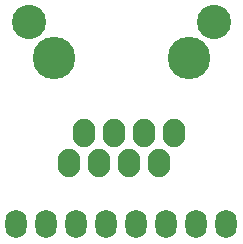
<source format=gts>
G04 #@! TF.FileFunction,Soldermask,Top*
%FSLAX46Y46*%
G04 Gerber Fmt 4.6, Leading zero omitted, Abs format (unit mm)*
G04 Created by KiCad (PCBNEW 4.0.6-e0-6349~53~ubuntu16.04.1) date Fri Jun  9 17:52:53 2017*
%MOMM*%
%LPD*%
G01*
G04 APERTURE LIST*
%ADD10C,0.100000*%
%ADD11O,1.797000X2.432000*%
%ADD12C,3.600000*%
%ADD13O,1.900000X2.400000*%
%ADD14C,2.900000*%
G04 APERTURE END LIST*
D10*
D11*
X19890000Y2000000D03*
X17350000Y2000000D03*
X14810000Y2000000D03*
X12270000Y2000000D03*
X9730000Y2000000D03*
X7190000Y2000000D03*
X4650000Y2000000D03*
X2110000Y2000000D03*
D12*
X16715000Y16000000D03*
X5285000Y16000000D03*
D13*
X15445000Y9650000D03*
X14175000Y7110000D03*
X12905000Y9650000D03*
X11635000Y7110000D03*
X10365000Y9650000D03*
X9095000Y7110000D03*
X7825000Y9650000D03*
X6555000Y7110000D03*
D14*
X18850000Y19050000D03*
X3150000Y19050000D03*
M02*

</source>
